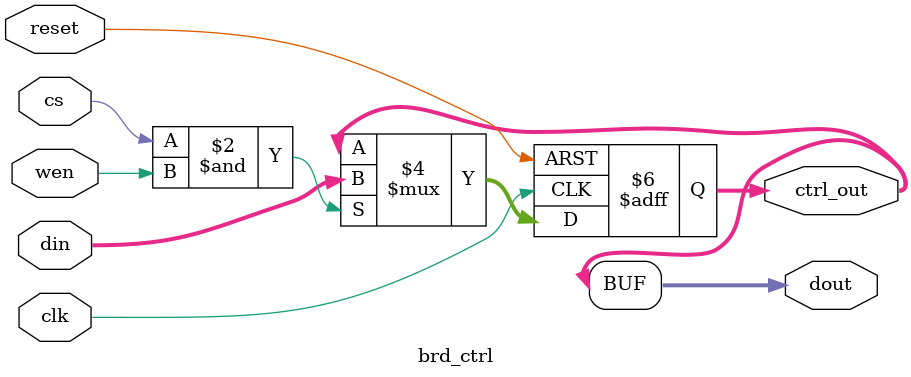
<source format=v>
module brd_ctrl
  #(
    parameter WIDTH= 32
    )
   (
    input wire	       clk,
    input wire	       reset,
    input wire	       cs,
    input wire	       wen,
    input wire [WIDTH-1:0]  din,

    output wire [WIDTH-1:0] dout,
    
    output reg [WIDTH-1:0] ctrl_out
    );
   

   initial
     begin
	ctrl_out= 0;
     end

   always @(posedge clk, posedge reset)
     begin
	if (reset)
	  begin
	     ctrl_out<= 0;
	  end
	else if (cs & wen)
	  begin
	     ctrl_out<= din;
	  end
     end

   assign dout= ctrl_out;
   
endmodule // brd_ctrl

</source>
